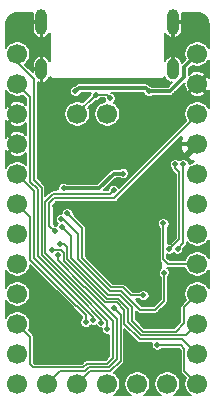
<source format=gbl>
G04 #@! TF.GenerationSoftware,KiCad,Pcbnew,(5.1.6)-1*
G04 #@! TF.CreationDate,2020-09-29T08:49:22+08:00*
G04 #@! TF.ProjectId,Alvaro,416c7661-726f-42e6-9b69-6361645f7063,C*
G04 #@! TF.SameCoordinates,Original*
G04 #@! TF.FileFunction,Copper,L2,Bot*
G04 #@! TF.FilePolarity,Positive*
%FSLAX46Y46*%
G04 Gerber Fmt 4.6, Leading zero omitted, Abs format (unit mm)*
G04 Created by KiCad (PCBNEW (5.1.6)-1) date 2020-09-29 08:49:22*
%MOMM*%
%LPD*%
G01*
G04 APERTURE LIST*
G04 #@! TA.AperFunction,ComponentPad*
%ADD10O,1.000000X1.800000*%
G04 #@! TD*
G04 #@! TA.AperFunction,ComponentPad*
%ADD11O,1.000000X2.200000*%
G04 #@! TD*
G04 #@! TA.AperFunction,ComponentPad*
%ADD12C,1.700000*%
G04 #@! TD*
G04 #@! TA.AperFunction,ViaPad*
%ADD13C,0.500000*%
G04 #@! TD*
G04 #@! TA.AperFunction,Conductor*
%ADD14C,0.310000*%
G04 #@! TD*
G04 #@! TA.AperFunction,Conductor*
%ADD15C,0.160000*%
G04 #@! TD*
G04 #@! TA.AperFunction,Conductor*
%ADD16C,0.254000*%
G04 #@! TD*
G04 APERTURE END LIST*
D10*
X24425000Y-28600000D03*
X35575000Y-28600000D03*
D11*
X24425000Y-24600000D03*
X35575000Y-24600000D03*
D12*
X24920000Y-55240000D03*
X27460000Y-55240000D03*
X30000000Y-55240000D03*
X32540000Y-55240000D03*
X35080000Y-55240000D03*
X22380000Y-27300000D03*
X22380000Y-29840000D03*
X22380000Y-32380000D03*
X22380000Y-34920000D03*
X22380000Y-37460000D03*
X22380000Y-40000000D03*
X22380000Y-42540000D03*
X22380000Y-45080000D03*
X22380000Y-47620000D03*
X22380000Y-50160000D03*
X22380000Y-52700000D03*
X22380000Y-55240000D03*
X37620000Y-55240000D03*
X37620000Y-52700000D03*
X37620000Y-50160000D03*
X37620000Y-47620000D03*
X37620000Y-45080000D03*
X37620000Y-42540000D03*
X37620000Y-40000000D03*
X37620000Y-37460000D03*
X37620000Y-34920000D03*
X37620000Y-32380000D03*
X37620000Y-29840000D03*
X37620000Y-27300000D03*
X30000000Y-32380000D03*
X27460000Y-32380000D03*
D13*
X33075010Y-48460000D03*
X35599993Y-42600000D03*
X32144943Y-38744456D03*
X25584999Y-40150000D03*
X36800000Y-43850000D03*
X24100000Y-51150000D03*
X24100000Y-50050000D03*
X24100000Y-52250000D03*
X27600000Y-34000000D03*
X36000000Y-49150000D03*
X36200000Y-47500000D03*
X23450000Y-46500000D03*
X35900000Y-53300000D03*
X35575000Y-27225000D03*
X35575000Y-26175000D03*
X24425000Y-27225000D03*
X24425000Y-26200000D03*
X32125000Y-52450000D03*
X32900000Y-49925000D03*
X29775000Y-52900000D03*
X29800000Y-51400000D03*
X24125000Y-49100000D03*
X24900000Y-35925000D03*
X29450000Y-34100000D03*
X33350000Y-32400000D03*
X31600000Y-32400000D03*
X26350000Y-37400000D03*
X30850000Y-33900000D03*
X25550555Y-42300555D03*
X34735854Y-41614146D03*
X26150526Y-41910000D03*
X25968156Y-43369947D03*
X25309999Y-43859999D03*
X34229687Y-51929687D03*
X30541118Y-38841118D03*
X34803589Y-45796411D03*
X26110002Y-41251244D03*
X33050000Y-47710000D03*
X26600002Y-40778701D03*
X28182768Y-50012814D03*
X28814335Y-49821175D03*
X29488133Y-50042411D03*
X29999970Y-50600000D03*
X35750000Y-36617471D03*
X35250000Y-43800000D03*
X36410003Y-36617471D03*
X35942965Y-43800000D03*
X25800000Y-44350000D03*
X29039997Y-30739999D03*
X30250000Y-31050000D03*
X27300000Y-30450000D03*
X33517002Y-30450000D03*
X26300000Y-38678306D03*
X31350000Y-37414178D03*
X30555889Y-48819111D03*
D14*
X35969399Y-34920000D02*
X37620000Y-34920000D01*
X32144943Y-38744456D02*
X31254388Y-39635011D01*
X35599993Y-42600000D02*
X35599993Y-39999993D01*
X33650000Y-38050000D02*
X33244700Y-37644700D01*
X32144943Y-38744456D02*
X33244700Y-37644700D01*
X35599993Y-39999993D02*
X33650000Y-38050000D01*
X33244700Y-37644700D02*
X35969399Y-34920000D01*
X34170853Y-41342945D02*
X34170853Y-47717710D01*
X33428563Y-48460000D02*
X33075010Y-48460000D01*
X34464653Y-41049145D02*
X34170853Y-41342945D01*
X35007055Y-41049145D02*
X34464653Y-41049145D01*
X35599993Y-41642083D02*
X35007055Y-41049145D01*
X34170853Y-47717710D02*
X33428563Y-48460000D01*
X35599993Y-42600000D02*
X35599993Y-41642083D01*
X32144943Y-38744456D02*
X31006073Y-39883326D01*
X25851673Y-39883326D02*
X25584999Y-40150000D01*
X31006073Y-39883326D02*
X25851673Y-39883326D01*
D15*
X37620000Y-32380000D02*
X37620000Y-32455202D01*
X30586886Y-39488316D02*
X25521481Y-39488316D01*
X37620000Y-32455202D02*
X30586886Y-39488316D01*
X25521481Y-39488316D02*
X25094999Y-39914798D01*
X25094999Y-41844999D02*
X25094999Y-39914798D01*
X25550555Y-42300555D02*
X25094999Y-41844999D01*
X34735854Y-44011056D02*
X34735854Y-41614146D01*
X37620000Y-45080000D02*
X35155000Y-45080000D01*
X34735854Y-44660854D02*
X34735854Y-44011056D01*
X35155000Y-45080000D02*
X34735854Y-44660854D01*
X36500000Y-48740000D02*
X37620000Y-47620000D01*
X30090588Y-47689090D02*
X31056194Y-47689090D01*
X26930019Y-43525695D02*
X26930019Y-44528521D01*
X26930019Y-44528521D02*
X30090588Y-47689090D01*
X32090018Y-48722914D02*
X32090018Y-49884894D01*
X32090018Y-49884894D02*
X33004790Y-50799666D01*
X33004790Y-50799666D02*
X35800334Y-50799666D01*
X35800334Y-50799666D02*
X36500000Y-50100000D01*
X36500000Y-50100000D02*
X36500000Y-48740000D01*
X31056194Y-47689090D02*
X32090018Y-48722914D01*
X26930019Y-42689493D02*
X26150526Y-41910000D01*
X26930019Y-43330019D02*
X26930019Y-42689493D01*
X26930019Y-43525695D02*
X26930019Y-43330019D01*
X26610010Y-43658248D02*
X26321709Y-43369947D01*
X26610011Y-44661075D02*
X26610010Y-43658248D01*
X30923642Y-48009100D02*
X29958036Y-48009100D01*
X29958036Y-48009100D02*
X26610011Y-44661075D01*
X36660324Y-51119676D02*
X32872238Y-51119676D01*
X26321709Y-43369947D02*
X25968156Y-43369947D01*
X32872238Y-51119676D02*
X31770010Y-50017448D01*
X31770009Y-48855467D02*
X30923642Y-48009100D01*
X37620000Y-50160000D02*
X36660324Y-51119676D01*
X31770010Y-50017448D02*
X31770009Y-48855467D01*
X25309999Y-43859999D02*
X25309999Y-43859999D01*
X36359686Y-51439686D02*
X37620000Y-52700000D01*
X32739686Y-51439686D02*
X36359686Y-51439686D01*
X31450000Y-50150000D02*
X32739686Y-51439686D01*
X31450000Y-48988020D02*
X31450000Y-50150000D01*
X30791090Y-48329110D02*
X31450000Y-48988020D01*
X29825484Y-48329110D02*
X30791090Y-48329110D01*
X26290001Y-44793627D02*
X29825484Y-48329110D01*
X26035201Y-43859999D02*
X26290001Y-44114799D01*
X26290001Y-44114799D02*
X26290001Y-44793627D01*
X25309999Y-43859999D02*
X26035201Y-43859999D01*
X34229687Y-51929687D02*
X36229687Y-51929687D01*
X36529999Y-54149999D02*
X37620000Y-55240000D01*
X36529999Y-52229999D02*
X36529999Y-54149999D01*
X36229687Y-51929687D02*
X36529999Y-52229999D01*
X23470001Y-51250001D02*
X22380000Y-50160000D01*
X23729989Y-53829989D02*
X23470001Y-53570001D01*
X27914354Y-47329990D02*
X27921240Y-47329990D01*
X24750040Y-39807195D02*
X24750040Y-44165676D01*
X24750040Y-44165676D02*
X27914354Y-47329990D01*
X28284897Y-53509979D02*
X27964887Y-53829989D01*
X30489970Y-53004906D02*
X29984897Y-53509979D01*
X23470001Y-53570001D02*
X23470001Y-51250001D01*
X27964887Y-53829989D02*
X23729989Y-53829989D01*
X27921240Y-47329990D02*
X30489970Y-49898720D01*
X30489970Y-49898720D02*
X30489970Y-53004906D01*
X29984897Y-53509979D02*
X28284897Y-53509979D01*
X24750040Y-39807195D02*
X25388929Y-39168306D01*
X30213930Y-39168306D02*
X30541118Y-38841118D01*
X25388929Y-39168306D02*
X30213930Y-39168306D01*
X34050000Y-48950000D02*
X32750000Y-48950000D01*
X32750000Y-48930334D02*
X31169666Y-47350000D01*
X31169666Y-47350000D02*
X30204060Y-47350000D01*
X34803589Y-48196411D02*
X34050000Y-48950000D01*
X32750000Y-48950000D02*
X32750000Y-48930334D01*
X34803589Y-45796411D02*
X34803589Y-48196411D01*
X30204060Y-47350000D02*
X27533301Y-44679241D01*
X27533301Y-44679241D02*
X27533301Y-42716699D01*
X27533301Y-42716699D02*
X27533301Y-42567573D01*
X26216972Y-41251244D02*
X26110002Y-41251244D01*
X27533301Y-42567573D02*
X26216972Y-41251244D01*
X33050000Y-47710000D02*
X31982228Y-47710000D01*
X30336612Y-47029990D02*
X27853311Y-44546689D01*
X31982228Y-47710000D02*
X31302218Y-47029990D01*
X31302218Y-47029990D02*
X30336612Y-47029990D01*
X27853311Y-42032010D02*
X26600002Y-40778701D01*
X27853311Y-43296689D02*
X27853311Y-42032010D01*
X27853311Y-44546689D02*
X27853311Y-43296689D01*
X23470002Y-41090002D02*
X23470003Y-44695887D01*
X22380000Y-40000000D02*
X23470002Y-41090002D01*
X23470003Y-44695887D02*
X27384145Y-48610029D01*
X27384145Y-48610029D02*
X27391031Y-48610029D01*
X28200000Y-49900000D02*
X28200000Y-49418998D01*
X27391031Y-48610029D02*
X27840501Y-49059499D01*
X28200000Y-49418998D02*
X27840501Y-49059499D01*
X23790012Y-38870012D02*
X22380000Y-37460000D01*
X23790012Y-44563334D02*
X23790012Y-38870012D01*
X27516697Y-48290019D02*
X23790012Y-44563334D01*
X27523583Y-48290019D02*
X27516697Y-48290019D01*
X28814335Y-49580771D02*
X27523583Y-48290019D01*
X28814335Y-49821175D02*
X28814335Y-49580771D01*
X27656137Y-47970011D02*
X27649250Y-47970010D01*
X24110022Y-38737460D02*
X23470002Y-38097440D01*
X23470002Y-38097440D02*
X23470001Y-30930001D01*
X29488133Y-50042411D02*
X29488133Y-49802007D01*
X27649250Y-47970010D02*
X24110022Y-44430782D01*
X23470001Y-30930001D02*
X22380000Y-29840000D01*
X29488133Y-49802007D02*
X27656137Y-47970011D01*
X24110022Y-44430782D02*
X24110022Y-38737460D01*
X29999970Y-50600000D02*
X29999970Y-49861282D01*
X27788689Y-47650001D02*
X27781803Y-47650001D01*
X24430031Y-38604907D02*
X23790010Y-37964886D01*
X27781803Y-47650001D02*
X24430031Y-44298229D01*
X24430031Y-44298229D02*
X24430031Y-38604907D01*
X23790010Y-37964886D02*
X23790010Y-29411542D01*
X23790010Y-29411542D02*
X22380000Y-28001532D01*
X22380000Y-28001532D02*
X22380000Y-27300000D01*
X29999970Y-49861282D02*
X27788689Y-47650001D01*
X35250000Y-43800000D02*
X36089993Y-42960007D01*
X35750000Y-36971024D02*
X36089993Y-37311017D01*
X35750000Y-36617471D02*
X35750000Y-36971024D01*
X36089993Y-37311017D02*
X36089993Y-42960007D01*
X36410003Y-36617471D02*
X36410003Y-43332962D01*
X36410003Y-43332962D02*
X35942965Y-43800000D01*
X26010001Y-54149999D02*
X24920000Y-55240000D01*
X28086926Y-47050000D02*
X28093812Y-47050000D01*
X28046906Y-47009980D02*
X28086926Y-47050000D01*
X28046906Y-47003094D02*
X28046906Y-47009980D01*
X25800000Y-44756188D02*
X28046906Y-47003094D01*
X28417449Y-53829989D02*
X28097439Y-54149999D01*
X25800000Y-44350000D02*
X25800000Y-44756188D01*
X28093812Y-47050000D02*
X30809980Y-49766168D01*
X30809980Y-49766168D02*
X30809980Y-53137458D01*
X28097439Y-54149999D02*
X26010001Y-54149999D01*
X30809980Y-53137458D02*
X30117449Y-53829989D01*
X30117449Y-53829989D02*
X28417449Y-53829989D01*
X27460000Y-32319996D02*
X27460000Y-32380000D01*
X29039997Y-30739999D02*
X27460000Y-32319996D01*
X29939999Y-30739999D02*
X30250000Y-31050000D01*
X29039997Y-30739999D02*
X29939999Y-30739999D01*
D14*
X36501299Y-29226299D02*
X36501299Y-28418701D01*
X36501299Y-28418701D02*
X37620000Y-27300000D01*
X36501299Y-29226299D02*
X35767608Y-29959990D01*
X27575002Y-30174998D02*
X27300000Y-30450000D01*
X33242000Y-30174998D02*
X27575002Y-30174998D01*
X33517002Y-30450000D02*
X33242000Y-30174998D01*
X35277598Y-30450000D02*
X35767608Y-29959990D01*
X33517002Y-30450000D02*
X35277598Y-30450000D01*
X26300000Y-38678306D02*
X29321694Y-38678306D01*
X30585822Y-37414178D02*
X31350000Y-37414178D01*
X29321694Y-38678306D02*
X30585822Y-37414178D01*
D15*
X27460000Y-55240000D02*
X28550001Y-54149999D01*
X28550001Y-54149999D02*
X30250001Y-54149999D01*
X30250001Y-54149999D02*
X31129990Y-53270010D01*
X31129990Y-49393212D02*
X30555889Y-48819111D01*
X31129990Y-50745010D02*
X31129990Y-49393212D01*
X31129990Y-50745010D02*
X31129990Y-53270010D01*
G36*
X32502300Y-51654849D02*
G01*
X32512317Y-51667055D01*
X32524522Y-51677071D01*
X32524525Y-51677074D01*
X32561042Y-51707043D01*
X32599771Y-51727744D01*
X32616635Y-51736758D01*
X32676955Y-51755056D01*
X32723968Y-51759686D01*
X32723972Y-51759686D01*
X32739685Y-51761234D01*
X32755398Y-51759686D01*
X33769731Y-51759686D01*
X33758517Y-51786759D01*
X33739687Y-51881426D01*
X33739687Y-51977948D01*
X33758517Y-52072615D01*
X33795455Y-52161789D01*
X33849079Y-52242044D01*
X33917330Y-52310295D01*
X33997585Y-52363919D01*
X34086759Y-52400857D01*
X34181426Y-52419687D01*
X34277948Y-52419687D01*
X34372615Y-52400857D01*
X34461789Y-52363919D01*
X34542044Y-52310295D01*
X34602652Y-52249687D01*
X36097139Y-52249687D01*
X36209999Y-52362547D01*
X36210000Y-54134276D01*
X36208451Y-54149999D01*
X36211453Y-54180475D01*
X36214630Y-54212730D01*
X36232928Y-54273050D01*
X36262642Y-54328641D01*
X36287965Y-54359497D01*
X36302631Y-54377368D01*
X36314840Y-54387387D01*
X36653202Y-54725750D01*
X36571888Y-54922059D01*
X36530000Y-55132644D01*
X36530000Y-55347356D01*
X36571888Y-55557941D01*
X36654055Y-55756309D01*
X36773342Y-55934834D01*
X36925166Y-56086658D01*
X37087311Y-56195000D01*
X35612689Y-56195000D01*
X35774834Y-56086658D01*
X35926658Y-55934834D01*
X36045945Y-55756309D01*
X36128112Y-55557941D01*
X36170000Y-55347356D01*
X36170000Y-55132644D01*
X36128112Y-54922059D01*
X36045945Y-54723691D01*
X35926658Y-54545166D01*
X35774834Y-54393342D01*
X35596309Y-54274055D01*
X35397941Y-54191888D01*
X35187356Y-54150000D01*
X34972644Y-54150000D01*
X34762059Y-54191888D01*
X34563691Y-54274055D01*
X34385166Y-54393342D01*
X34233342Y-54545166D01*
X34114055Y-54723691D01*
X34031888Y-54922059D01*
X33990000Y-55132644D01*
X33990000Y-55347356D01*
X34031888Y-55557941D01*
X34114055Y-55756309D01*
X34233342Y-55934834D01*
X34385166Y-56086658D01*
X34547311Y-56195000D01*
X33072689Y-56195000D01*
X33234834Y-56086658D01*
X33386658Y-55934834D01*
X33505945Y-55756309D01*
X33588112Y-55557941D01*
X33630000Y-55347356D01*
X33630000Y-55132644D01*
X33588112Y-54922059D01*
X33505945Y-54723691D01*
X33386658Y-54545166D01*
X33234834Y-54393342D01*
X33056309Y-54274055D01*
X32857941Y-54191888D01*
X32647356Y-54150000D01*
X32432644Y-54150000D01*
X32222059Y-54191888D01*
X32023691Y-54274055D01*
X31845166Y-54393342D01*
X31693342Y-54545166D01*
X31574055Y-54723691D01*
X31491888Y-54922059D01*
X31450000Y-55132644D01*
X31450000Y-55347356D01*
X31491888Y-55557941D01*
X31574055Y-55756309D01*
X31693342Y-55934834D01*
X31845166Y-56086658D01*
X32007311Y-56195000D01*
X30532689Y-56195000D01*
X30694834Y-56086658D01*
X30846658Y-55934834D01*
X30965945Y-55756309D01*
X31048112Y-55557941D01*
X31090000Y-55347356D01*
X31090000Y-55132644D01*
X31048112Y-54922059D01*
X30965945Y-54723691D01*
X30846658Y-54545166D01*
X30694834Y-54393342D01*
X30553585Y-54298962D01*
X31345153Y-53507396D01*
X31357359Y-53497379D01*
X31367378Y-53485171D01*
X31397347Y-53448654D01*
X31427061Y-53393062D01*
X31427062Y-53393061D01*
X31445360Y-53332741D01*
X31449990Y-53285728D01*
X31449990Y-53285724D01*
X31451538Y-53270011D01*
X31449990Y-53254298D01*
X31449990Y-50602537D01*
X32502300Y-51654849D01*
G37*
X32502300Y-51654849D02*
X32512317Y-51667055D01*
X32524522Y-51677071D01*
X32524525Y-51677074D01*
X32561042Y-51707043D01*
X32599771Y-51727744D01*
X32616635Y-51736758D01*
X32676955Y-51755056D01*
X32723968Y-51759686D01*
X32723972Y-51759686D01*
X32739685Y-51761234D01*
X32755398Y-51759686D01*
X33769731Y-51759686D01*
X33758517Y-51786759D01*
X33739687Y-51881426D01*
X33739687Y-51977948D01*
X33758517Y-52072615D01*
X33795455Y-52161789D01*
X33849079Y-52242044D01*
X33917330Y-52310295D01*
X33997585Y-52363919D01*
X34086759Y-52400857D01*
X34181426Y-52419687D01*
X34277948Y-52419687D01*
X34372615Y-52400857D01*
X34461789Y-52363919D01*
X34542044Y-52310295D01*
X34602652Y-52249687D01*
X36097139Y-52249687D01*
X36209999Y-52362547D01*
X36210000Y-54134276D01*
X36208451Y-54149999D01*
X36211453Y-54180475D01*
X36214630Y-54212730D01*
X36232928Y-54273050D01*
X36262642Y-54328641D01*
X36287965Y-54359497D01*
X36302631Y-54377368D01*
X36314840Y-54387387D01*
X36653202Y-54725750D01*
X36571888Y-54922059D01*
X36530000Y-55132644D01*
X36530000Y-55347356D01*
X36571888Y-55557941D01*
X36654055Y-55756309D01*
X36773342Y-55934834D01*
X36925166Y-56086658D01*
X37087311Y-56195000D01*
X35612689Y-56195000D01*
X35774834Y-56086658D01*
X35926658Y-55934834D01*
X36045945Y-55756309D01*
X36128112Y-55557941D01*
X36170000Y-55347356D01*
X36170000Y-55132644D01*
X36128112Y-54922059D01*
X36045945Y-54723691D01*
X35926658Y-54545166D01*
X35774834Y-54393342D01*
X35596309Y-54274055D01*
X35397941Y-54191888D01*
X35187356Y-54150000D01*
X34972644Y-54150000D01*
X34762059Y-54191888D01*
X34563691Y-54274055D01*
X34385166Y-54393342D01*
X34233342Y-54545166D01*
X34114055Y-54723691D01*
X34031888Y-54922059D01*
X33990000Y-55132644D01*
X33990000Y-55347356D01*
X34031888Y-55557941D01*
X34114055Y-55756309D01*
X34233342Y-55934834D01*
X34385166Y-56086658D01*
X34547311Y-56195000D01*
X33072689Y-56195000D01*
X33234834Y-56086658D01*
X33386658Y-55934834D01*
X33505945Y-55756309D01*
X33588112Y-55557941D01*
X33630000Y-55347356D01*
X33630000Y-55132644D01*
X33588112Y-54922059D01*
X33505945Y-54723691D01*
X33386658Y-54545166D01*
X33234834Y-54393342D01*
X33056309Y-54274055D01*
X32857941Y-54191888D01*
X32647356Y-54150000D01*
X32432644Y-54150000D01*
X32222059Y-54191888D01*
X32023691Y-54274055D01*
X31845166Y-54393342D01*
X31693342Y-54545166D01*
X31574055Y-54723691D01*
X31491888Y-54922059D01*
X31450000Y-55132644D01*
X31450000Y-55347356D01*
X31491888Y-55557941D01*
X31574055Y-55756309D01*
X31693342Y-55934834D01*
X31845166Y-56086658D01*
X32007311Y-56195000D01*
X30532689Y-56195000D01*
X30694834Y-56086658D01*
X30846658Y-55934834D01*
X30965945Y-55756309D01*
X31048112Y-55557941D01*
X31090000Y-55347356D01*
X31090000Y-55132644D01*
X31048112Y-54922059D01*
X30965945Y-54723691D01*
X30846658Y-54545166D01*
X30694834Y-54393342D01*
X30553585Y-54298962D01*
X31345153Y-53507396D01*
X31357359Y-53497379D01*
X31367378Y-53485171D01*
X31397347Y-53448654D01*
X31427061Y-53393062D01*
X31427062Y-53393061D01*
X31445360Y-53332741D01*
X31449990Y-53285728D01*
X31449990Y-53285724D01*
X31451538Y-53270011D01*
X31449990Y-53254298D01*
X31449990Y-50602537D01*
X32502300Y-51654849D01*
G36*
X27146755Y-48825187D02*
G01*
X27156776Y-48837398D01*
X27168985Y-48847417D01*
X27205502Y-48877386D01*
X27206230Y-48877775D01*
X27625341Y-49296887D01*
X27625346Y-49296891D01*
X27880001Y-49551547D01*
X27880001Y-49625799D01*
X27870411Y-49632206D01*
X27802160Y-49700457D01*
X27748536Y-49780712D01*
X27711598Y-49869886D01*
X27692768Y-49964553D01*
X27692768Y-50061075D01*
X27711598Y-50155742D01*
X27748536Y-50244916D01*
X27802160Y-50325171D01*
X27870411Y-50393422D01*
X27950666Y-50447046D01*
X28039840Y-50483984D01*
X28134507Y-50502814D01*
X28231029Y-50502814D01*
X28325696Y-50483984D01*
X28414870Y-50447046D01*
X28495125Y-50393422D01*
X28563376Y-50325171D01*
X28603973Y-50264412D01*
X28671407Y-50292345D01*
X28766074Y-50311175D01*
X28862596Y-50311175D01*
X28957263Y-50292345D01*
X29046053Y-50255566D01*
X29053901Y-50274513D01*
X29107525Y-50354768D01*
X29175776Y-50423019D01*
X29256031Y-50476643D01*
X29345205Y-50513581D01*
X29439872Y-50532411D01*
X29513814Y-50532411D01*
X29509970Y-50551739D01*
X29509970Y-50648261D01*
X29528800Y-50742928D01*
X29565738Y-50832102D01*
X29619362Y-50912357D01*
X29687613Y-50980608D01*
X29767868Y-51034232D01*
X29857042Y-51071170D01*
X29951709Y-51090000D01*
X30048231Y-51090000D01*
X30142898Y-51071170D01*
X30169970Y-51059956D01*
X30169971Y-52872357D01*
X29852350Y-53189979D01*
X28300602Y-53189979D01*
X28284896Y-53188432D01*
X28269190Y-53189979D01*
X28269179Y-53189979D01*
X28222166Y-53194609D01*
X28161846Y-53212907D01*
X28155482Y-53216309D01*
X28106253Y-53242622D01*
X28069736Y-53272591D01*
X28069733Y-53272594D01*
X28057528Y-53282610D01*
X28047511Y-53294816D01*
X27832339Y-53509989D01*
X23862537Y-53509989D01*
X23790001Y-53437454D01*
X23790001Y-51265713D01*
X23791549Y-51250000D01*
X23790001Y-51234283D01*
X23785371Y-51187270D01*
X23767073Y-51126950D01*
X23747322Y-51090000D01*
X23737358Y-51071358D01*
X23707389Y-51034840D01*
X23707386Y-51034837D01*
X23697370Y-51022632D01*
X23685164Y-51012615D01*
X23346798Y-50674250D01*
X23428112Y-50477941D01*
X23470000Y-50267356D01*
X23470000Y-50052644D01*
X23428112Y-49842059D01*
X23345945Y-49643691D01*
X23226658Y-49465166D01*
X23074834Y-49313342D01*
X22896309Y-49194055D01*
X22697941Y-49111888D01*
X22487356Y-49070000D01*
X22272644Y-49070000D01*
X22062059Y-49111888D01*
X21863691Y-49194055D01*
X21685166Y-49313342D01*
X21533342Y-49465166D01*
X21425000Y-49627311D01*
X21425000Y-48152689D01*
X21533342Y-48314834D01*
X21685166Y-48466658D01*
X21863691Y-48585945D01*
X22062059Y-48668112D01*
X22272644Y-48710000D01*
X22487356Y-48710000D01*
X22697941Y-48668112D01*
X22896309Y-48585945D01*
X23074834Y-48466658D01*
X23226658Y-48314834D01*
X23345945Y-48136309D01*
X23428112Y-47937941D01*
X23470000Y-47727356D01*
X23470000Y-47512644D01*
X23428112Y-47302059D01*
X23345945Y-47103691D01*
X23226658Y-46925166D01*
X23074834Y-46773342D01*
X22896309Y-46654055D01*
X22697941Y-46571888D01*
X22487356Y-46530000D01*
X22272644Y-46530000D01*
X22062059Y-46571888D01*
X21863691Y-46654055D01*
X21685166Y-46773342D01*
X21533342Y-46925166D01*
X21425000Y-47087311D01*
X21425000Y-45612689D01*
X21533342Y-45774834D01*
X21685166Y-45926658D01*
X21863691Y-46045945D01*
X22062059Y-46128112D01*
X22272644Y-46170000D01*
X22487356Y-46170000D01*
X22697941Y-46128112D01*
X22896309Y-46045945D01*
X23074834Y-45926658D01*
X23226658Y-45774834D01*
X23345945Y-45596309D01*
X23428112Y-45397941D01*
X23470000Y-45187356D01*
X23470000Y-45148431D01*
X27146755Y-48825187D01*
G37*
X27146755Y-48825187D02*
X27156776Y-48837398D01*
X27168985Y-48847417D01*
X27205502Y-48877386D01*
X27206230Y-48877775D01*
X27625341Y-49296887D01*
X27625346Y-49296891D01*
X27880001Y-49551547D01*
X27880001Y-49625799D01*
X27870411Y-49632206D01*
X27802160Y-49700457D01*
X27748536Y-49780712D01*
X27711598Y-49869886D01*
X27692768Y-49964553D01*
X27692768Y-50061075D01*
X27711598Y-50155742D01*
X27748536Y-50244916D01*
X27802160Y-50325171D01*
X27870411Y-50393422D01*
X27950666Y-50447046D01*
X28039840Y-50483984D01*
X28134507Y-50502814D01*
X28231029Y-50502814D01*
X28325696Y-50483984D01*
X28414870Y-50447046D01*
X28495125Y-50393422D01*
X28563376Y-50325171D01*
X28603973Y-50264412D01*
X28671407Y-50292345D01*
X28766074Y-50311175D01*
X28862596Y-50311175D01*
X28957263Y-50292345D01*
X29046053Y-50255566D01*
X29053901Y-50274513D01*
X29107525Y-50354768D01*
X29175776Y-50423019D01*
X29256031Y-50476643D01*
X29345205Y-50513581D01*
X29439872Y-50532411D01*
X29513814Y-50532411D01*
X29509970Y-50551739D01*
X29509970Y-50648261D01*
X29528800Y-50742928D01*
X29565738Y-50832102D01*
X29619362Y-50912357D01*
X29687613Y-50980608D01*
X29767868Y-51034232D01*
X29857042Y-51071170D01*
X29951709Y-51090000D01*
X30048231Y-51090000D01*
X30142898Y-51071170D01*
X30169970Y-51059956D01*
X30169971Y-52872357D01*
X29852350Y-53189979D01*
X28300602Y-53189979D01*
X28284896Y-53188432D01*
X28269190Y-53189979D01*
X28269179Y-53189979D01*
X28222166Y-53194609D01*
X28161846Y-53212907D01*
X28155482Y-53216309D01*
X28106253Y-53242622D01*
X28069736Y-53272591D01*
X28069733Y-53272594D01*
X28057528Y-53282610D01*
X28047511Y-53294816D01*
X27832339Y-53509989D01*
X23862537Y-53509989D01*
X23790001Y-53437454D01*
X23790001Y-51265713D01*
X23791549Y-51250000D01*
X23790001Y-51234283D01*
X23785371Y-51187270D01*
X23767073Y-51126950D01*
X23747322Y-51090000D01*
X23737358Y-51071358D01*
X23707389Y-51034840D01*
X23707386Y-51034837D01*
X23697370Y-51022632D01*
X23685164Y-51012615D01*
X23346798Y-50674250D01*
X23428112Y-50477941D01*
X23470000Y-50267356D01*
X23470000Y-50052644D01*
X23428112Y-49842059D01*
X23345945Y-49643691D01*
X23226658Y-49465166D01*
X23074834Y-49313342D01*
X22896309Y-49194055D01*
X22697941Y-49111888D01*
X22487356Y-49070000D01*
X22272644Y-49070000D01*
X22062059Y-49111888D01*
X21863691Y-49194055D01*
X21685166Y-49313342D01*
X21533342Y-49465166D01*
X21425000Y-49627311D01*
X21425000Y-48152689D01*
X21533342Y-48314834D01*
X21685166Y-48466658D01*
X21863691Y-48585945D01*
X22062059Y-48668112D01*
X22272644Y-48710000D01*
X22487356Y-48710000D01*
X22697941Y-48668112D01*
X22896309Y-48585945D01*
X23074834Y-48466658D01*
X23226658Y-48314834D01*
X23345945Y-48136309D01*
X23428112Y-47937941D01*
X23470000Y-47727356D01*
X23470000Y-47512644D01*
X23428112Y-47302059D01*
X23345945Y-47103691D01*
X23226658Y-46925166D01*
X23074834Y-46773342D01*
X22896309Y-46654055D01*
X22697941Y-46571888D01*
X22487356Y-46530000D01*
X22272644Y-46530000D01*
X22062059Y-46571888D01*
X21863691Y-46654055D01*
X21685166Y-46773342D01*
X21533342Y-46925166D01*
X21425000Y-47087311D01*
X21425000Y-45612689D01*
X21533342Y-45774834D01*
X21685166Y-45926658D01*
X21863691Y-46045945D01*
X22062059Y-46128112D01*
X22272644Y-46170000D01*
X22487356Y-46170000D01*
X22697941Y-46128112D01*
X22896309Y-46045945D01*
X23074834Y-45926658D01*
X23226658Y-45774834D01*
X23345945Y-45596309D01*
X23428112Y-45397941D01*
X23470000Y-45187356D01*
X23470000Y-45148431D01*
X27146755Y-48825187D01*
G36*
X35092269Y-45395370D02*
G01*
X35139282Y-45400000D01*
X35139287Y-45400000D01*
X35155000Y-45401548D01*
X35170713Y-45400000D01*
X36572741Y-45400000D01*
X36654055Y-45596309D01*
X36773342Y-45774834D01*
X36925166Y-45926658D01*
X37103691Y-46045945D01*
X37302059Y-46128112D01*
X37512644Y-46170000D01*
X37727356Y-46170000D01*
X37937941Y-46128112D01*
X38136309Y-46045945D01*
X38314834Y-45926658D01*
X38466658Y-45774834D01*
X38575000Y-45612689D01*
X38575000Y-47087311D01*
X38466658Y-46925166D01*
X38314834Y-46773342D01*
X38136309Y-46654055D01*
X37937941Y-46571888D01*
X37727356Y-46530000D01*
X37512644Y-46530000D01*
X37302059Y-46571888D01*
X37103691Y-46654055D01*
X36925166Y-46773342D01*
X36773342Y-46925166D01*
X36654055Y-47103691D01*
X36571888Y-47302059D01*
X36530000Y-47512644D01*
X36530000Y-47727356D01*
X36571888Y-47937941D01*
X36653202Y-48134250D01*
X36284843Y-48502610D01*
X36272632Y-48512631D01*
X36262612Y-48524841D01*
X36232643Y-48561358D01*
X36209109Y-48605387D01*
X36202929Y-48616949D01*
X36184631Y-48677269D01*
X36181684Y-48707196D01*
X36178452Y-48740000D01*
X36180001Y-48755723D01*
X36180000Y-49967452D01*
X35667787Y-50479666D01*
X33137338Y-50479666D01*
X32410018Y-49752347D01*
X32410018Y-49042900D01*
X32467580Y-49100462D01*
X32482643Y-49128642D01*
X32513172Y-49165843D01*
X32522631Y-49177369D01*
X32571358Y-49217357D01*
X32626949Y-49247072D01*
X32687269Y-49265370D01*
X32750000Y-49271548D01*
X32765718Y-49270000D01*
X34034287Y-49270000D01*
X34050000Y-49271548D01*
X34065713Y-49270000D01*
X34065718Y-49270000D01*
X34112731Y-49265370D01*
X34173051Y-49247072D01*
X34228642Y-49217357D01*
X34277369Y-49177369D01*
X34287394Y-49165153D01*
X35018747Y-48433801D01*
X35030958Y-48423780D01*
X35057170Y-48391840D01*
X35070946Y-48375054D01*
X35088255Y-48342672D01*
X35100661Y-48319462D01*
X35118959Y-48259142D01*
X35123589Y-48212129D01*
X35123589Y-48212127D01*
X35125137Y-48196411D01*
X35123589Y-48180695D01*
X35123589Y-46169376D01*
X35184197Y-46108768D01*
X35237821Y-46028513D01*
X35274759Y-45939339D01*
X35293589Y-45844672D01*
X35293589Y-45748150D01*
X35274759Y-45653483D01*
X35237821Y-45564309D01*
X35184197Y-45484054D01*
X35115946Y-45415803D01*
X35079625Y-45391535D01*
X35092269Y-45395370D01*
G37*
X35092269Y-45395370D02*
X35139282Y-45400000D01*
X35139287Y-45400000D01*
X35155000Y-45401548D01*
X35170713Y-45400000D01*
X36572741Y-45400000D01*
X36654055Y-45596309D01*
X36773342Y-45774834D01*
X36925166Y-45926658D01*
X37103691Y-46045945D01*
X37302059Y-46128112D01*
X37512644Y-46170000D01*
X37727356Y-46170000D01*
X37937941Y-46128112D01*
X38136309Y-46045945D01*
X38314834Y-45926658D01*
X38466658Y-45774834D01*
X38575000Y-45612689D01*
X38575000Y-47087311D01*
X38466658Y-46925166D01*
X38314834Y-46773342D01*
X38136309Y-46654055D01*
X37937941Y-46571888D01*
X37727356Y-46530000D01*
X37512644Y-46530000D01*
X37302059Y-46571888D01*
X37103691Y-46654055D01*
X36925166Y-46773342D01*
X36773342Y-46925166D01*
X36654055Y-47103691D01*
X36571888Y-47302059D01*
X36530000Y-47512644D01*
X36530000Y-47727356D01*
X36571888Y-47937941D01*
X36653202Y-48134250D01*
X36284843Y-48502610D01*
X36272632Y-48512631D01*
X36262612Y-48524841D01*
X36232643Y-48561358D01*
X36209109Y-48605387D01*
X36202929Y-48616949D01*
X36184631Y-48677269D01*
X36181684Y-48707196D01*
X36178452Y-48740000D01*
X36180001Y-48755723D01*
X36180000Y-49967452D01*
X35667787Y-50479666D01*
X33137338Y-50479666D01*
X32410018Y-49752347D01*
X32410018Y-49042900D01*
X32467580Y-49100462D01*
X32482643Y-49128642D01*
X32513172Y-49165843D01*
X32522631Y-49177369D01*
X32571358Y-49217357D01*
X32626949Y-49247072D01*
X32687269Y-49265370D01*
X32750000Y-49271548D01*
X32765718Y-49270000D01*
X34034287Y-49270000D01*
X34050000Y-49271548D01*
X34065713Y-49270000D01*
X34065718Y-49270000D01*
X34112731Y-49265370D01*
X34173051Y-49247072D01*
X34228642Y-49217357D01*
X34277369Y-49177369D01*
X34287394Y-49165153D01*
X35018747Y-48433801D01*
X35030958Y-48423780D01*
X35057170Y-48391840D01*
X35070946Y-48375054D01*
X35088255Y-48342672D01*
X35100661Y-48319462D01*
X35118959Y-48259142D01*
X35123589Y-48212129D01*
X35123589Y-48212127D01*
X35125137Y-48196411D01*
X35123589Y-48180695D01*
X35123589Y-46169376D01*
X35184197Y-46108768D01*
X35237821Y-46028513D01*
X35274759Y-45939339D01*
X35293589Y-45844672D01*
X35293589Y-45748150D01*
X35274759Y-45653483D01*
X35237821Y-45564309D01*
X35184197Y-45484054D01*
X35115946Y-45415803D01*
X35079625Y-45391535D01*
X35092269Y-45395370D01*
G36*
X38575000Y-44547311D02*
G01*
X38466658Y-44385166D01*
X38314834Y-44233342D01*
X38136309Y-44114055D01*
X37937941Y-44031888D01*
X37727356Y-43990000D01*
X37512644Y-43990000D01*
X37302059Y-44031888D01*
X37103691Y-44114055D01*
X36925166Y-44233342D01*
X36773342Y-44385166D01*
X36654055Y-44563691D01*
X36572741Y-44760000D01*
X35287548Y-44760000D01*
X35055854Y-44528307D01*
X35055854Y-44249954D01*
X35107072Y-44271170D01*
X35201739Y-44290000D01*
X35298261Y-44290000D01*
X35392928Y-44271170D01*
X35482102Y-44234232D01*
X35562357Y-44180608D01*
X35596483Y-44146483D01*
X35630608Y-44180608D01*
X35710863Y-44234232D01*
X35800037Y-44271170D01*
X35894704Y-44290000D01*
X35991226Y-44290000D01*
X36085893Y-44271170D01*
X36175067Y-44234232D01*
X36255322Y-44180608D01*
X36323573Y-44112357D01*
X36377197Y-44032102D01*
X36414135Y-43942928D01*
X36432965Y-43848261D01*
X36432965Y-43762548D01*
X36625166Y-43570348D01*
X36637372Y-43560331D01*
X36647391Y-43548123D01*
X36677360Y-43511606D01*
X36707074Y-43456014D01*
X36707075Y-43456013D01*
X36725373Y-43395693D01*
X36730003Y-43348680D01*
X36730003Y-43348669D01*
X36731550Y-43332963D01*
X36730003Y-43317257D01*
X36730003Y-43169973D01*
X36773342Y-43234834D01*
X36925166Y-43386658D01*
X37103691Y-43505945D01*
X37302059Y-43588112D01*
X37512644Y-43630000D01*
X37727356Y-43630000D01*
X37937941Y-43588112D01*
X38136309Y-43505945D01*
X38314834Y-43386658D01*
X38466658Y-43234834D01*
X38575000Y-43072689D01*
X38575000Y-44547311D01*
G37*
X38575000Y-44547311D02*
X38466658Y-44385166D01*
X38314834Y-44233342D01*
X38136309Y-44114055D01*
X37937941Y-44031888D01*
X37727356Y-43990000D01*
X37512644Y-43990000D01*
X37302059Y-44031888D01*
X37103691Y-44114055D01*
X36925166Y-44233342D01*
X36773342Y-44385166D01*
X36654055Y-44563691D01*
X36572741Y-44760000D01*
X35287548Y-44760000D01*
X35055854Y-44528307D01*
X35055854Y-44249954D01*
X35107072Y-44271170D01*
X35201739Y-44290000D01*
X35298261Y-44290000D01*
X35392928Y-44271170D01*
X35482102Y-44234232D01*
X35562357Y-44180608D01*
X35596483Y-44146483D01*
X35630608Y-44180608D01*
X35710863Y-44234232D01*
X35800037Y-44271170D01*
X35894704Y-44290000D01*
X35991226Y-44290000D01*
X36085893Y-44271170D01*
X36175067Y-44234232D01*
X36255322Y-44180608D01*
X36323573Y-44112357D01*
X36377197Y-44032102D01*
X36414135Y-43942928D01*
X36432965Y-43848261D01*
X36432965Y-43762548D01*
X36625166Y-43570348D01*
X36637372Y-43560331D01*
X36647391Y-43548123D01*
X36677360Y-43511606D01*
X36707074Y-43456014D01*
X36707075Y-43456013D01*
X36725373Y-43395693D01*
X36730003Y-43348680D01*
X36730003Y-43348669D01*
X36731550Y-43332963D01*
X36730003Y-43317257D01*
X36730003Y-43169973D01*
X36773342Y-43234834D01*
X36925166Y-43386658D01*
X37103691Y-43505945D01*
X37302059Y-43588112D01*
X37512644Y-43630000D01*
X37727356Y-43630000D01*
X37937941Y-43588112D01*
X38136309Y-43505945D01*
X38314834Y-43386658D01*
X38466658Y-43234834D01*
X38575000Y-43072689D01*
X38575000Y-44547311D01*
G36*
X23685000Y-23920000D02*
G01*
X23685000Y-24520000D01*
X24345000Y-24520000D01*
X24345000Y-24500000D01*
X24505000Y-24500000D01*
X24505000Y-24520000D01*
X24525000Y-24520000D01*
X24525000Y-24680000D01*
X24505000Y-24680000D01*
X24505000Y-25875278D01*
X24619098Y-25914091D01*
X24769605Y-25859733D01*
X24891691Y-25779827D01*
X24995842Y-25677639D01*
X25078056Y-25557096D01*
X25113000Y-25474954D01*
X25113001Y-27925048D01*
X25078056Y-27842904D01*
X24995842Y-27722361D01*
X24891691Y-27620173D01*
X24769605Y-27540267D01*
X24619098Y-27485909D01*
X24505000Y-27524722D01*
X24505000Y-28520000D01*
X24525000Y-28520000D01*
X24525000Y-28680000D01*
X24505000Y-28680000D01*
X24505000Y-29675278D01*
X24619098Y-29714091D01*
X24769605Y-29659733D01*
X24891691Y-29579827D01*
X24995842Y-29477639D01*
X25078056Y-29357096D01*
X25135174Y-29222830D01*
X25135546Y-29221049D01*
X25135570Y-29221128D01*
X25164820Y-29275851D01*
X25204184Y-29323816D01*
X25252149Y-29363180D01*
X25306872Y-29392430D01*
X25366249Y-29410442D01*
X25412527Y-29415000D01*
X25428000Y-29416524D01*
X25443473Y-29415000D01*
X34556527Y-29415000D01*
X34572000Y-29416524D01*
X34587473Y-29415000D01*
X34633751Y-29410442D01*
X34693128Y-29392430D01*
X34747851Y-29363180D01*
X34795816Y-29323816D01*
X34835180Y-29275851D01*
X34864430Y-29221128D01*
X34864454Y-29221049D01*
X34864826Y-29222830D01*
X34921944Y-29357096D01*
X35004158Y-29477639D01*
X35108309Y-29579827D01*
X35230395Y-29659733D01*
X35380902Y-29714091D01*
X35493039Y-29675945D01*
X35113985Y-30055000D01*
X33807820Y-30055000D01*
X33749104Y-30015768D01*
X33659930Y-29978830D01*
X33590669Y-29965053D01*
X33535028Y-29909413D01*
X33522658Y-29894340D01*
X33462512Y-29844979D01*
X33393891Y-29808300D01*
X33319433Y-29785714D01*
X33261401Y-29779998D01*
X33261394Y-29779998D01*
X33242000Y-29778088D01*
X33222606Y-29779998D01*
X27594396Y-29779998D01*
X27575002Y-29778088D01*
X27555608Y-29779998D01*
X27555601Y-29779998D01*
X27497569Y-29785714D01*
X27423110Y-29808300D01*
X27354490Y-29844979D01*
X27309413Y-29881972D01*
X27309407Y-29881978D01*
X27294344Y-29894340D01*
X27281981Y-29909404D01*
X27226332Y-29965054D01*
X27157072Y-29978830D01*
X27067898Y-30015768D01*
X26987643Y-30069392D01*
X26919392Y-30137643D01*
X26865768Y-30217898D01*
X26828830Y-30307072D01*
X26810000Y-30401739D01*
X26810000Y-30498261D01*
X26828830Y-30592928D01*
X26865768Y-30682102D01*
X26919392Y-30762357D01*
X26987643Y-30830608D01*
X27067898Y-30884232D01*
X27157072Y-30921170D01*
X27251739Y-30940000D01*
X27348261Y-30940000D01*
X27442928Y-30921170D01*
X27532102Y-30884232D01*
X27612357Y-30830608D01*
X27680608Y-30762357D01*
X27734232Y-30682102D01*
X27771170Y-30592928D01*
X27775731Y-30569998D01*
X28580041Y-30569998D01*
X28568827Y-30597071D01*
X28549997Y-30691738D01*
X28549997Y-30777451D01*
X27931821Y-31395627D01*
X27777941Y-31331888D01*
X27567356Y-31290000D01*
X27352644Y-31290000D01*
X27142059Y-31331888D01*
X26943691Y-31414055D01*
X26765166Y-31533342D01*
X26613342Y-31685166D01*
X26494055Y-31863691D01*
X26411888Y-32062059D01*
X26370000Y-32272644D01*
X26370000Y-32487356D01*
X26411888Y-32697941D01*
X26494055Y-32896309D01*
X26613342Y-33074834D01*
X26765166Y-33226658D01*
X26943691Y-33345945D01*
X27142059Y-33428112D01*
X27352644Y-33470000D01*
X27567356Y-33470000D01*
X27777941Y-33428112D01*
X27976309Y-33345945D01*
X28154834Y-33226658D01*
X28306658Y-33074834D01*
X28425945Y-32896309D01*
X28508112Y-32697941D01*
X28550000Y-32487356D01*
X28550000Y-32272644D01*
X28508112Y-32062059D01*
X28425945Y-31863691D01*
X28403077Y-31829467D01*
X29002545Y-31229999D01*
X29088258Y-31229999D01*
X29182925Y-31211169D01*
X29272099Y-31174231D01*
X29352354Y-31120607D01*
X29412962Y-31059999D01*
X29760000Y-31059999D01*
X29760000Y-31098261D01*
X29778830Y-31192928D01*
X29815768Y-31282102D01*
X29829445Y-31302571D01*
X29682059Y-31331888D01*
X29483691Y-31414055D01*
X29305166Y-31533342D01*
X29153342Y-31685166D01*
X29034055Y-31863691D01*
X28951888Y-32062059D01*
X28910000Y-32272644D01*
X28910000Y-32487356D01*
X28951888Y-32697941D01*
X29034055Y-32896309D01*
X29153342Y-33074834D01*
X29305166Y-33226658D01*
X29483691Y-33345945D01*
X29682059Y-33428112D01*
X29892644Y-33470000D01*
X30107356Y-33470000D01*
X30317941Y-33428112D01*
X30516309Y-33345945D01*
X30694834Y-33226658D01*
X30846658Y-33074834D01*
X30965945Y-32896309D01*
X31048112Y-32697941D01*
X31090000Y-32487356D01*
X31090000Y-32272644D01*
X31048112Y-32062059D01*
X30965945Y-31863691D01*
X30846658Y-31685166D01*
X30694834Y-31533342D01*
X30551720Y-31437716D01*
X30562357Y-31430608D01*
X30630608Y-31362357D01*
X30684232Y-31282102D01*
X30721170Y-31192928D01*
X30740000Y-31098261D01*
X30740000Y-31001739D01*
X30721170Y-30907072D01*
X30684232Y-30817898D01*
X30630608Y-30737643D01*
X30562357Y-30669392D01*
X30482102Y-30615768D01*
X30392928Y-30578830D01*
X30348526Y-30569998D01*
X33041271Y-30569998D01*
X33045832Y-30592928D01*
X33082770Y-30682102D01*
X33136394Y-30762357D01*
X33204645Y-30830608D01*
X33284900Y-30884232D01*
X33374074Y-30921170D01*
X33468741Y-30940000D01*
X33565263Y-30940000D01*
X33659930Y-30921170D01*
X33749104Y-30884232D01*
X33807820Y-30845000D01*
X35258204Y-30845000D01*
X35277598Y-30846910D01*
X35296992Y-30845000D01*
X35296999Y-30845000D01*
X35355031Y-30839284D01*
X35429489Y-30816698D01*
X35498110Y-30780019D01*
X35558256Y-30730658D01*
X35570627Y-30715584D01*
X35659782Y-30626429D01*
X36946708Y-30626429D01*
X37042655Y-30770751D01*
X37235330Y-30865501D01*
X37442786Y-30920842D01*
X37657053Y-30934647D01*
X37869896Y-30906386D01*
X38073136Y-30837143D01*
X38197345Y-30770751D01*
X38293292Y-30626429D01*
X37620000Y-29953137D01*
X36946708Y-30626429D01*
X35659782Y-30626429D01*
X36060633Y-30225579D01*
X36060637Y-30225574D01*
X36533355Y-29752857D01*
X36525353Y-29877053D01*
X36553614Y-30089896D01*
X36622857Y-30293136D01*
X36689249Y-30417345D01*
X36833571Y-30513292D01*
X37506863Y-29840000D01*
X37492721Y-29825858D01*
X37605858Y-29712721D01*
X37620000Y-29726863D01*
X38293292Y-29053571D01*
X38197345Y-28909249D01*
X38004670Y-28814499D01*
X37797214Y-28759158D01*
X37582947Y-28745353D01*
X37370104Y-28773614D01*
X37166864Y-28842857D01*
X37042655Y-28909249D01*
X36946709Y-29053569D01*
X36902368Y-29009228D01*
X36896299Y-29015297D01*
X36896299Y-28582314D01*
X37180750Y-28297864D01*
X37302059Y-28348112D01*
X37512644Y-28390000D01*
X37727356Y-28390000D01*
X37937941Y-28348112D01*
X38136309Y-28265945D01*
X38314834Y-28146658D01*
X38466658Y-27994834D01*
X38575001Y-27832688D01*
X38575001Y-29308023D01*
X38550751Y-29262655D01*
X38406429Y-29166708D01*
X37733137Y-29840000D01*
X38406429Y-30513292D01*
X38550751Y-30417345D01*
X38575001Y-30368033D01*
X38575001Y-31847312D01*
X38466658Y-31685166D01*
X38314834Y-31533342D01*
X38136309Y-31414055D01*
X37937941Y-31331888D01*
X37727356Y-31290000D01*
X37512644Y-31290000D01*
X37302059Y-31331888D01*
X37103691Y-31414055D01*
X36925166Y-31533342D01*
X36773342Y-31685166D01*
X36654055Y-31863691D01*
X36571888Y-32062059D01*
X36530000Y-32272644D01*
X36530000Y-32487356D01*
X36571888Y-32697941D01*
X36654055Y-32896309D01*
X36683010Y-32939643D01*
X30986565Y-38636090D01*
X30975350Y-38609016D01*
X30921726Y-38528761D01*
X30853475Y-38460510D01*
X30773220Y-38406886D01*
X30684046Y-38369948D01*
X30589379Y-38351118D01*
X30492857Y-38351118D01*
X30398190Y-38369948D01*
X30309016Y-38406886D01*
X30228761Y-38460510D01*
X30160510Y-38528761D01*
X30106886Y-38609016D01*
X30069948Y-38698190D01*
X30051118Y-38792857D01*
X30051118Y-38847271D01*
X29721336Y-38837277D01*
X30749436Y-37809178D01*
X31059182Y-37809178D01*
X31117898Y-37848410D01*
X31207072Y-37885348D01*
X31301739Y-37904178D01*
X31398261Y-37904178D01*
X31492928Y-37885348D01*
X31582102Y-37848410D01*
X31662357Y-37794786D01*
X31730608Y-37726535D01*
X31784232Y-37646280D01*
X31821170Y-37557106D01*
X31840000Y-37462439D01*
X31840000Y-37365917D01*
X31821170Y-37271250D01*
X31784232Y-37182076D01*
X31730608Y-37101821D01*
X31662357Y-37033570D01*
X31582102Y-36979946D01*
X31492928Y-36943008D01*
X31398261Y-36924178D01*
X31301739Y-36924178D01*
X31207072Y-36943008D01*
X31117898Y-36979946D01*
X31059182Y-37019178D01*
X30605216Y-37019178D01*
X30585822Y-37017268D01*
X30566428Y-37019178D01*
X30566421Y-37019178D01*
X30515678Y-37024176D01*
X30508388Y-37024894D01*
X30485802Y-37031746D01*
X30433931Y-37047480D01*
X30365310Y-37084159D01*
X30305164Y-37133520D01*
X30292797Y-37148589D01*
X29158081Y-38283306D01*
X26590818Y-38283306D01*
X26532102Y-38244074D01*
X26442928Y-38207136D01*
X26348261Y-38188306D01*
X26251739Y-38188306D01*
X26157072Y-38207136D01*
X26067898Y-38244074D01*
X25987643Y-38297698D01*
X25919392Y-38365949D01*
X25865768Y-38446204D01*
X25828830Y-38535378D01*
X25810000Y-38630045D01*
X25810000Y-38726567D01*
X25810797Y-38730575D01*
X25807590Y-38732167D01*
X25796851Y-38740207D01*
X25675240Y-38848306D01*
X25404634Y-38848306D01*
X25388928Y-38846759D01*
X25373222Y-38848306D01*
X25373211Y-38848306D01*
X25326198Y-38852936D01*
X25265878Y-38871234D01*
X25249014Y-38880248D01*
X25210285Y-38900949D01*
X25173768Y-38930918D01*
X25173765Y-38930921D01*
X25161560Y-38940937D01*
X25151543Y-38953143D01*
X24750031Y-39354656D01*
X24750031Y-38620619D01*
X24751579Y-38604906D01*
X24750031Y-38589189D01*
X24745401Y-38542176D01*
X24727103Y-38481856D01*
X24718089Y-38464992D01*
X24697388Y-38426263D01*
X24667419Y-38389746D01*
X24667416Y-38389743D01*
X24657400Y-38377538D01*
X24645194Y-38367521D01*
X24110010Y-37832339D01*
X24110010Y-29670429D01*
X24230902Y-29714091D01*
X24345000Y-29675278D01*
X24345000Y-28680000D01*
X23685000Y-28680000D01*
X23685000Y-28853983D01*
X23016591Y-28185575D01*
X23074834Y-28146658D01*
X23101492Y-28120000D01*
X23685000Y-28120000D01*
X23685000Y-28520000D01*
X24345000Y-28520000D01*
X24345000Y-27524722D01*
X24230902Y-27485909D01*
X24080395Y-27540267D01*
X23958309Y-27620173D01*
X23854158Y-27722361D01*
X23771944Y-27842904D01*
X23714826Y-27977170D01*
X23685000Y-28120000D01*
X23101492Y-28120000D01*
X23226658Y-27994834D01*
X23345945Y-27816309D01*
X23428112Y-27617941D01*
X23470000Y-27407356D01*
X23470000Y-27192644D01*
X23428112Y-26982059D01*
X23345945Y-26783691D01*
X23226658Y-26605166D01*
X23074834Y-26453342D01*
X22896309Y-26334055D01*
X22697941Y-26251888D01*
X22487356Y-26210000D01*
X22272644Y-26210000D01*
X22062059Y-26251888D01*
X21863691Y-26334055D01*
X21685166Y-26453342D01*
X21533342Y-26605166D01*
X21425000Y-26767311D01*
X21425000Y-24775410D01*
X21434354Y-24680000D01*
X23685000Y-24680000D01*
X23685000Y-25280000D01*
X23714826Y-25422830D01*
X23771944Y-25557096D01*
X23854158Y-25677639D01*
X23958309Y-25779827D01*
X24080395Y-25859733D01*
X24230902Y-25914091D01*
X24345000Y-25875278D01*
X24345000Y-24680000D01*
X23685000Y-24680000D01*
X21434354Y-24680000D01*
X21444670Y-24574796D01*
X21498454Y-24396656D01*
X21585819Y-24232347D01*
X21703431Y-24088139D01*
X21846813Y-23969523D01*
X22010511Y-23881012D01*
X22188275Y-23825985D01*
X22387933Y-23805000D01*
X23709014Y-23805000D01*
X23685000Y-23920000D01*
G37*
X23685000Y-23920000D02*
X23685000Y-24520000D01*
X24345000Y-24520000D01*
X24345000Y-24500000D01*
X24505000Y-24500000D01*
X24505000Y-24520000D01*
X24525000Y-24520000D01*
X24525000Y-24680000D01*
X24505000Y-24680000D01*
X24505000Y-25875278D01*
X24619098Y-25914091D01*
X24769605Y-25859733D01*
X24891691Y-25779827D01*
X24995842Y-25677639D01*
X25078056Y-25557096D01*
X25113000Y-25474954D01*
X25113001Y-27925048D01*
X25078056Y-27842904D01*
X24995842Y-27722361D01*
X24891691Y-27620173D01*
X24769605Y-27540267D01*
X24619098Y-27485909D01*
X24505000Y-27524722D01*
X24505000Y-28520000D01*
X24525000Y-28520000D01*
X24525000Y-28680000D01*
X24505000Y-28680000D01*
X24505000Y-29675278D01*
X24619098Y-29714091D01*
X24769605Y-29659733D01*
X24891691Y-29579827D01*
X24995842Y-29477639D01*
X25078056Y-29357096D01*
X25135174Y-29222830D01*
X25135546Y-29221049D01*
X25135570Y-29221128D01*
X25164820Y-29275851D01*
X25204184Y-29323816D01*
X25252149Y-29363180D01*
X25306872Y-29392430D01*
X25366249Y-29410442D01*
X25412527Y-29415000D01*
X25428000Y-29416524D01*
X25443473Y-29415000D01*
X34556527Y-29415000D01*
X34572000Y-29416524D01*
X34587473Y-29415000D01*
X34633751Y-29410442D01*
X34693128Y-29392430D01*
X34747851Y-29363180D01*
X34795816Y-29323816D01*
X34835180Y-29275851D01*
X34864430Y-29221128D01*
X34864454Y-29221049D01*
X34864826Y-29222830D01*
X34921944Y-29357096D01*
X35004158Y-29477639D01*
X35108309Y-29579827D01*
X35230395Y-29659733D01*
X35380902Y-29714091D01*
X35493039Y-29675945D01*
X35113985Y-30055000D01*
X33807820Y-30055000D01*
X33749104Y-30015768D01*
X33659930Y-29978830D01*
X33590669Y-29965053D01*
X33535028Y-29909413D01*
X33522658Y-29894340D01*
X33462512Y-29844979D01*
X33393891Y-29808300D01*
X33319433Y-29785714D01*
X33261401Y-29779998D01*
X33261394Y-29779998D01*
X33242000Y-29778088D01*
X33222606Y-29779998D01*
X27594396Y-29779998D01*
X27575002Y-29778088D01*
X27555608Y-29779998D01*
X27555601Y-29779998D01*
X27497569Y-29785714D01*
X27423110Y-29808300D01*
X27354490Y-29844979D01*
X27309413Y-29881972D01*
X27309407Y-29881978D01*
X27294344Y-29894340D01*
X27281981Y-29909404D01*
X27226332Y-29965054D01*
X27157072Y-29978830D01*
X27067898Y-30015768D01*
X26987643Y-30069392D01*
X26919392Y-30137643D01*
X26865768Y-30217898D01*
X26828830Y-30307072D01*
X26810000Y-30401739D01*
X26810000Y-30498261D01*
X26828830Y-30592928D01*
X26865768Y-30682102D01*
X26919392Y-30762357D01*
X26987643Y-30830608D01*
X27067898Y-30884232D01*
X27157072Y-30921170D01*
X27251739Y-30940000D01*
X27348261Y-30940000D01*
X27442928Y-30921170D01*
X27532102Y-30884232D01*
X27612357Y-30830608D01*
X27680608Y-30762357D01*
X27734232Y-30682102D01*
X27771170Y-30592928D01*
X27775731Y-30569998D01*
X28580041Y-30569998D01*
X28568827Y-30597071D01*
X28549997Y-30691738D01*
X28549997Y-30777451D01*
X27931821Y-31395627D01*
X27777941Y-31331888D01*
X27567356Y-31290000D01*
X27352644Y-31290000D01*
X27142059Y-31331888D01*
X26943691Y-31414055D01*
X26765166Y-31533342D01*
X26613342Y-31685166D01*
X26494055Y-31863691D01*
X26411888Y-32062059D01*
X26370000Y-32272644D01*
X26370000Y-32487356D01*
X26411888Y-32697941D01*
X26494055Y-32896309D01*
X26613342Y-33074834D01*
X26765166Y-33226658D01*
X26943691Y-33345945D01*
X27142059Y-33428112D01*
X27352644Y-33470000D01*
X27567356Y-33470000D01*
X27777941Y-33428112D01*
X27976309Y-33345945D01*
X28154834Y-33226658D01*
X28306658Y-33074834D01*
X28425945Y-32896309D01*
X28508112Y-32697941D01*
X28550000Y-32487356D01*
X28550000Y-32272644D01*
X28508112Y-32062059D01*
X28425945Y-31863691D01*
X28403077Y-31829467D01*
X29002545Y-31229999D01*
X29088258Y-31229999D01*
X29182925Y-31211169D01*
X29272099Y-31174231D01*
X29352354Y-31120607D01*
X29412962Y-31059999D01*
X29760000Y-31059999D01*
X29760000Y-31098261D01*
X29778830Y-31192928D01*
X29815768Y-31282102D01*
X29829445Y-31302571D01*
X29682059Y-31331888D01*
X29483691Y-31414055D01*
X29305166Y-31533342D01*
X29153342Y-31685166D01*
X29034055Y-31863691D01*
X28951888Y-32062059D01*
X28910000Y-32272644D01*
X28910000Y-32487356D01*
X28951888Y-32697941D01*
X29034055Y-32896309D01*
X29153342Y-33074834D01*
X29305166Y-33226658D01*
X29483691Y-33345945D01*
X29682059Y-33428112D01*
X29892644Y-33470000D01*
X30107356Y-33470000D01*
X30317941Y-33428112D01*
X30516309Y-33345945D01*
X30694834Y-33226658D01*
X30846658Y-33074834D01*
X30965945Y-32896309D01*
X31048112Y-32697941D01*
X31090000Y-32487356D01*
X31090000Y-32272644D01*
X31048112Y-32062059D01*
X30965945Y-31863691D01*
X30846658Y-31685166D01*
X30694834Y-31533342D01*
X30551720Y-31437716D01*
X30562357Y-31430608D01*
X30630608Y-31362357D01*
X30684232Y-31282102D01*
X30721170Y-31192928D01*
X30740000Y-31098261D01*
X30740000Y-31001739D01*
X30721170Y-30907072D01*
X30684232Y-30817898D01*
X30630608Y-30737643D01*
X30562357Y-30669392D01*
X30482102Y-30615768D01*
X30392928Y-30578830D01*
X30348526Y-30569998D01*
X33041271Y-30569998D01*
X33045832Y-30592928D01*
X33082770Y-30682102D01*
X33136394Y-30762357D01*
X33204645Y-30830608D01*
X33284900Y-30884232D01*
X33374074Y-30921170D01*
X33468741Y-30940000D01*
X33565263Y-30940000D01*
X33659930Y-30921170D01*
X33749104Y-30884232D01*
X33807820Y-30845000D01*
X35258204Y-30845000D01*
X35277598Y-30846910D01*
X35296992Y-30845000D01*
X35296999Y-30845000D01*
X35355031Y-30839284D01*
X35429489Y-30816698D01*
X35498110Y-30780019D01*
X35558256Y-30730658D01*
X35570627Y-30715584D01*
X35659782Y-30626429D01*
X36946708Y-30626429D01*
X37042655Y-30770751D01*
X37235330Y-30865501D01*
X37442786Y-30920842D01*
X37657053Y-30934647D01*
X37869896Y-30906386D01*
X38073136Y-30837143D01*
X38197345Y-30770751D01*
X38293292Y-30626429D01*
X37620000Y-29953137D01*
X36946708Y-30626429D01*
X35659782Y-30626429D01*
X36060633Y-30225579D01*
X36060637Y-30225574D01*
X36533355Y-29752857D01*
X36525353Y-29877053D01*
X36553614Y-30089896D01*
X36622857Y-30293136D01*
X36689249Y-30417345D01*
X36833571Y-30513292D01*
X37506863Y-29840000D01*
X37492721Y-29825858D01*
X37605858Y-29712721D01*
X37620000Y-29726863D01*
X38293292Y-29053571D01*
X38197345Y-28909249D01*
X38004670Y-28814499D01*
X37797214Y-28759158D01*
X37582947Y-28745353D01*
X37370104Y-28773614D01*
X37166864Y-28842857D01*
X37042655Y-28909249D01*
X36946709Y-29053569D01*
X36902368Y-29009228D01*
X36896299Y-29015297D01*
X36896299Y-28582314D01*
X37180750Y-28297864D01*
X37302059Y-28348112D01*
X37512644Y-28390000D01*
X37727356Y-28390000D01*
X37937941Y-28348112D01*
X38136309Y-28265945D01*
X38314834Y-28146658D01*
X38466658Y-27994834D01*
X38575001Y-27832688D01*
X38575001Y-29308023D01*
X38550751Y-29262655D01*
X38406429Y-29166708D01*
X37733137Y-29840000D01*
X38406429Y-30513292D01*
X38550751Y-30417345D01*
X38575001Y-30368033D01*
X38575001Y-31847312D01*
X38466658Y-31685166D01*
X38314834Y-31533342D01*
X38136309Y-31414055D01*
X37937941Y-31331888D01*
X37727356Y-31290000D01*
X37512644Y-31290000D01*
X37302059Y-31331888D01*
X37103691Y-31414055D01*
X36925166Y-31533342D01*
X36773342Y-31685166D01*
X36654055Y-31863691D01*
X36571888Y-32062059D01*
X36530000Y-32272644D01*
X36530000Y-32487356D01*
X36571888Y-32697941D01*
X36654055Y-32896309D01*
X36683010Y-32939643D01*
X30986565Y-38636090D01*
X30975350Y-38609016D01*
X30921726Y-38528761D01*
X30853475Y-38460510D01*
X30773220Y-38406886D01*
X30684046Y-38369948D01*
X30589379Y-38351118D01*
X30492857Y-38351118D01*
X30398190Y-38369948D01*
X30309016Y-38406886D01*
X30228761Y-38460510D01*
X30160510Y-38528761D01*
X30106886Y-38609016D01*
X30069948Y-38698190D01*
X30051118Y-38792857D01*
X30051118Y-38847271D01*
X29721336Y-38837277D01*
X30749436Y-37809178D01*
X31059182Y-37809178D01*
X31117898Y-37848410D01*
X31207072Y-37885348D01*
X31301739Y-37904178D01*
X31398261Y-37904178D01*
X31492928Y-37885348D01*
X31582102Y-37848410D01*
X31662357Y-37794786D01*
X31730608Y-37726535D01*
X31784232Y-37646280D01*
X31821170Y-37557106D01*
X31840000Y-37462439D01*
X31840000Y-37365917D01*
X31821170Y-37271250D01*
X31784232Y-37182076D01*
X31730608Y-37101821D01*
X31662357Y-37033570D01*
X31582102Y-36979946D01*
X31492928Y-36943008D01*
X31398261Y-36924178D01*
X31301739Y-36924178D01*
X31207072Y-36943008D01*
X31117898Y-36979946D01*
X31059182Y-37019178D01*
X30605216Y-37019178D01*
X30585822Y-37017268D01*
X30566428Y-37019178D01*
X30566421Y-37019178D01*
X30515678Y-37024176D01*
X30508388Y-37024894D01*
X30485802Y-37031746D01*
X30433931Y-37047480D01*
X30365310Y-37084159D01*
X30305164Y-37133520D01*
X30292797Y-37148589D01*
X29158081Y-38283306D01*
X26590818Y-38283306D01*
X26532102Y-38244074D01*
X26442928Y-38207136D01*
X26348261Y-38188306D01*
X26251739Y-38188306D01*
X26157072Y-38207136D01*
X26067898Y-38244074D01*
X25987643Y-38297698D01*
X25919392Y-38365949D01*
X25865768Y-38446204D01*
X25828830Y-38535378D01*
X25810000Y-38630045D01*
X25810000Y-38726567D01*
X25810797Y-38730575D01*
X25807590Y-38732167D01*
X25796851Y-38740207D01*
X25675240Y-38848306D01*
X25404634Y-38848306D01*
X25388928Y-38846759D01*
X25373222Y-38848306D01*
X25373211Y-38848306D01*
X25326198Y-38852936D01*
X25265878Y-38871234D01*
X25249014Y-38880248D01*
X25210285Y-38900949D01*
X25173768Y-38930918D01*
X25173765Y-38930921D01*
X25161560Y-38940937D01*
X25151543Y-38953143D01*
X24750031Y-39354656D01*
X24750031Y-38620619D01*
X24751579Y-38604906D01*
X24750031Y-38589189D01*
X24745401Y-38542176D01*
X24727103Y-38481856D01*
X24718089Y-38464992D01*
X24697388Y-38426263D01*
X24667419Y-38389746D01*
X24667416Y-38389743D01*
X24657400Y-38377538D01*
X24645194Y-38367521D01*
X24110010Y-37832339D01*
X24110010Y-29670429D01*
X24230902Y-29714091D01*
X24345000Y-29675278D01*
X24345000Y-28680000D01*
X23685000Y-28680000D01*
X23685000Y-28853983D01*
X23016591Y-28185575D01*
X23074834Y-28146658D01*
X23101492Y-28120000D01*
X23685000Y-28120000D01*
X23685000Y-28520000D01*
X24345000Y-28520000D01*
X24345000Y-27524722D01*
X24230902Y-27485909D01*
X24080395Y-27540267D01*
X23958309Y-27620173D01*
X23854158Y-27722361D01*
X23771944Y-27842904D01*
X23714826Y-27977170D01*
X23685000Y-28120000D01*
X23101492Y-28120000D01*
X23226658Y-27994834D01*
X23345945Y-27816309D01*
X23428112Y-27617941D01*
X23470000Y-27407356D01*
X23470000Y-27192644D01*
X23428112Y-26982059D01*
X23345945Y-26783691D01*
X23226658Y-26605166D01*
X23074834Y-26453342D01*
X22896309Y-26334055D01*
X22697941Y-26251888D01*
X22487356Y-26210000D01*
X22272644Y-26210000D01*
X22062059Y-26251888D01*
X21863691Y-26334055D01*
X21685166Y-26453342D01*
X21533342Y-26605166D01*
X21425000Y-26767311D01*
X21425000Y-24775410D01*
X21434354Y-24680000D01*
X23685000Y-24680000D01*
X23685000Y-25280000D01*
X23714826Y-25422830D01*
X23771944Y-25557096D01*
X23854158Y-25677639D01*
X23958309Y-25779827D01*
X24080395Y-25859733D01*
X24230902Y-25914091D01*
X24345000Y-25875278D01*
X24345000Y-24680000D01*
X23685000Y-24680000D01*
X21434354Y-24680000D01*
X21444670Y-24574796D01*
X21498454Y-24396656D01*
X21585819Y-24232347D01*
X21703431Y-24088139D01*
X21846813Y-23969523D01*
X22010511Y-23881012D01*
X22188275Y-23825985D01*
X22387933Y-23805000D01*
X23709014Y-23805000D01*
X23685000Y-23920000D01*
G36*
X21533342Y-30534834D02*
G01*
X21685166Y-30686658D01*
X21863691Y-30805945D01*
X22062059Y-30888112D01*
X22272644Y-30930000D01*
X22487356Y-30930000D01*
X22697941Y-30888112D01*
X22894250Y-30806798D01*
X23150001Y-31062550D01*
X23150001Y-31601597D01*
X23097632Y-31549228D01*
X23053291Y-31593569D01*
X22957345Y-31449249D01*
X22764670Y-31354499D01*
X22557214Y-31299158D01*
X22342947Y-31285353D01*
X22130104Y-31313614D01*
X21926864Y-31382857D01*
X21802655Y-31449249D01*
X21706708Y-31593571D01*
X22380000Y-32266863D01*
X22394143Y-32252721D01*
X22507280Y-32365858D01*
X22493137Y-32380000D01*
X22507280Y-32394143D01*
X22394143Y-32507280D01*
X22380000Y-32493137D01*
X21706708Y-33166429D01*
X21802655Y-33310751D01*
X21995330Y-33405501D01*
X22202786Y-33460842D01*
X22417053Y-33474647D01*
X22629896Y-33446386D01*
X22833136Y-33377143D01*
X22957345Y-33310751D01*
X23053291Y-33166431D01*
X23097632Y-33210772D01*
X23150002Y-33158402D01*
X23150002Y-34141598D01*
X23097632Y-34089228D01*
X23053291Y-34133569D01*
X22957345Y-33989249D01*
X22764670Y-33894499D01*
X22557214Y-33839158D01*
X22342947Y-33825353D01*
X22130104Y-33853614D01*
X21926864Y-33922857D01*
X21802655Y-33989249D01*
X21706708Y-34133571D01*
X22380000Y-34806863D01*
X22394143Y-34792721D01*
X22507280Y-34905858D01*
X22493137Y-34920000D01*
X22507280Y-34934143D01*
X22394143Y-35047280D01*
X22380000Y-35033137D01*
X21706708Y-35706429D01*
X21802655Y-35850751D01*
X21995330Y-35945501D01*
X22202786Y-36000842D01*
X22417053Y-36014647D01*
X22629896Y-35986386D01*
X22833136Y-35917143D01*
X22957345Y-35850751D01*
X23053291Y-35706431D01*
X23097632Y-35750772D01*
X23150002Y-35698402D01*
X23150003Y-36688511D01*
X23074834Y-36613342D01*
X22896309Y-36494055D01*
X22697941Y-36411888D01*
X22487356Y-36370000D01*
X22272644Y-36370000D01*
X22062059Y-36411888D01*
X21863691Y-36494055D01*
X21685166Y-36613342D01*
X21533342Y-36765166D01*
X21425000Y-36927311D01*
X21425000Y-35451979D01*
X21449249Y-35497345D01*
X21593571Y-35593292D01*
X22266863Y-34920000D01*
X21593571Y-34246708D01*
X21449249Y-34342655D01*
X21425000Y-34391966D01*
X21425000Y-32911979D01*
X21449249Y-32957345D01*
X21593571Y-33053292D01*
X22266863Y-32380000D01*
X21593571Y-31706708D01*
X21449249Y-31802655D01*
X21425000Y-31851966D01*
X21425000Y-30372689D01*
X21533342Y-30534834D01*
G37*
X21533342Y-30534834D02*
X21685166Y-30686658D01*
X21863691Y-30805945D01*
X22062059Y-30888112D01*
X22272644Y-30930000D01*
X22487356Y-30930000D01*
X22697941Y-30888112D01*
X22894250Y-30806798D01*
X23150001Y-31062550D01*
X23150001Y-31601597D01*
X23097632Y-31549228D01*
X23053291Y-31593569D01*
X22957345Y-31449249D01*
X22764670Y-31354499D01*
X22557214Y-31299158D01*
X22342947Y-31285353D01*
X22130104Y-31313614D01*
X21926864Y-31382857D01*
X21802655Y-31449249D01*
X21706708Y-31593571D01*
X22380000Y-32266863D01*
X22394143Y-32252721D01*
X22507280Y-32365858D01*
X22493137Y-32380000D01*
X22507280Y-32394143D01*
X22394143Y-32507280D01*
X22380000Y-32493137D01*
X21706708Y-33166429D01*
X21802655Y-33310751D01*
X21995330Y-33405501D01*
X22202786Y-33460842D01*
X22417053Y-33474647D01*
X22629896Y-33446386D01*
X22833136Y-33377143D01*
X22957345Y-33310751D01*
X23053291Y-33166431D01*
X23097632Y-33210772D01*
X23150002Y-33158402D01*
X23150002Y-34141598D01*
X23097632Y-34089228D01*
X23053291Y-34133569D01*
X22957345Y-33989249D01*
X22764670Y-33894499D01*
X22557214Y-33839158D01*
X22342947Y-33825353D01*
X22130104Y-33853614D01*
X21926864Y-33922857D01*
X21802655Y-33989249D01*
X21706708Y-34133571D01*
X22380000Y-34806863D01*
X22394143Y-34792721D01*
X22507280Y-34905858D01*
X22493137Y-34920000D01*
X22507280Y-34934143D01*
X22394143Y-35047280D01*
X22380000Y-35033137D01*
X21706708Y-35706429D01*
X21802655Y-35850751D01*
X21995330Y-35945501D01*
X22202786Y-36000842D01*
X22417053Y-36014647D01*
X22629896Y-35986386D01*
X22833136Y-35917143D01*
X22957345Y-35850751D01*
X23053291Y-35706431D01*
X23097632Y-35750772D01*
X23150002Y-35698402D01*
X23150003Y-36688511D01*
X23074834Y-36613342D01*
X22896309Y-36494055D01*
X22697941Y-36411888D01*
X22487356Y-36370000D01*
X22272644Y-36370000D01*
X22062059Y-36411888D01*
X21863691Y-36494055D01*
X21685166Y-36613342D01*
X21533342Y-36765166D01*
X21425000Y-36927311D01*
X21425000Y-35451979D01*
X21449249Y-35497345D01*
X21593571Y-35593292D01*
X22266863Y-34920000D01*
X21593571Y-34246708D01*
X21449249Y-34342655D01*
X21425000Y-34391966D01*
X21425000Y-32911979D01*
X21449249Y-32957345D01*
X21593571Y-33053292D01*
X22266863Y-32380000D01*
X21593571Y-31706708D01*
X21449249Y-31802655D01*
X21425000Y-31851966D01*
X21425000Y-30372689D01*
X21533342Y-30534834D01*
G36*
X37805204Y-23824670D02*
G01*
X37983344Y-23878454D01*
X38147653Y-23965819D01*
X38291861Y-24083431D01*
X38410477Y-24226813D01*
X38498988Y-24390511D01*
X38554015Y-24568275D01*
X38575001Y-24767942D01*
X38575001Y-26767312D01*
X38466658Y-26605166D01*
X38314834Y-26453342D01*
X38136309Y-26334055D01*
X37937941Y-26251888D01*
X37727356Y-26210000D01*
X37512644Y-26210000D01*
X37302059Y-26251888D01*
X37103691Y-26334055D01*
X36925166Y-26453342D01*
X36773342Y-26605166D01*
X36654055Y-26783691D01*
X36571888Y-26982059D01*
X36530000Y-27192644D01*
X36530000Y-27407356D01*
X36571888Y-27617941D01*
X36622136Y-27739250D01*
X36302283Y-28059103D01*
X36285174Y-27977170D01*
X36228056Y-27842904D01*
X36145842Y-27722361D01*
X36041691Y-27620173D01*
X35919605Y-27540267D01*
X35769098Y-27485909D01*
X35655000Y-27524722D01*
X35655000Y-28520000D01*
X35675000Y-28520000D01*
X35675000Y-28680000D01*
X35655000Y-28680000D01*
X35655000Y-28700000D01*
X35495000Y-28700000D01*
X35495000Y-28680000D01*
X35475000Y-28680000D01*
X35475000Y-28520000D01*
X35495000Y-28520000D01*
X35495000Y-27524722D01*
X35380902Y-27485909D01*
X35230395Y-27540267D01*
X35108309Y-27620173D01*
X35004158Y-27722361D01*
X34921944Y-27842904D01*
X34887000Y-27925046D01*
X34887000Y-25474954D01*
X34921944Y-25557096D01*
X35004158Y-25677639D01*
X35108309Y-25779827D01*
X35230395Y-25859733D01*
X35380902Y-25914091D01*
X35495000Y-25875278D01*
X35495000Y-24680000D01*
X35655000Y-24680000D01*
X35655000Y-25875278D01*
X35769098Y-25914091D01*
X35919605Y-25859733D01*
X36041691Y-25779827D01*
X36145842Y-25677639D01*
X36228056Y-25557096D01*
X36285174Y-25422830D01*
X36315000Y-25280000D01*
X36315000Y-24680000D01*
X35655000Y-24680000D01*
X35495000Y-24680000D01*
X35475000Y-24680000D01*
X35475000Y-24520000D01*
X35495000Y-24520000D01*
X35495000Y-24500000D01*
X35655000Y-24500000D01*
X35655000Y-24520000D01*
X36315000Y-24520000D01*
X36315000Y-23920000D01*
X36290986Y-23805000D01*
X37604590Y-23805000D01*
X37805204Y-23824670D01*
G37*
X37805204Y-23824670D02*
X37983344Y-23878454D01*
X38147653Y-23965819D01*
X38291861Y-24083431D01*
X38410477Y-24226813D01*
X38498988Y-24390511D01*
X38554015Y-24568275D01*
X38575001Y-24767942D01*
X38575001Y-26767312D01*
X38466658Y-26605166D01*
X38314834Y-26453342D01*
X38136309Y-26334055D01*
X37937941Y-26251888D01*
X37727356Y-26210000D01*
X37512644Y-26210000D01*
X37302059Y-26251888D01*
X37103691Y-26334055D01*
X36925166Y-26453342D01*
X36773342Y-26605166D01*
X36654055Y-26783691D01*
X36571888Y-26982059D01*
X36530000Y-27192644D01*
X36530000Y-27407356D01*
X36571888Y-27617941D01*
X36622136Y-27739250D01*
X36302283Y-28059103D01*
X36285174Y-27977170D01*
X36228056Y-27842904D01*
X36145842Y-27722361D01*
X36041691Y-27620173D01*
X35919605Y-27540267D01*
X35769098Y-27485909D01*
X35655000Y-27524722D01*
X35655000Y-28520000D01*
X35675000Y-28520000D01*
X35675000Y-28680000D01*
X35655000Y-28680000D01*
X35655000Y-28700000D01*
X35495000Y-28700000D01*
X35495000Y-28680000D01*
X35475000Y-28680000D01*
X35475000Y-28520000D01*
X35495000Y-28520000D01*
X35495000Y-27524722D01*
X35380902Y-27485909D01*
X35230395Y-27540267D01*
X35108309Y-27620173D01*
X35004158Y-27722361D01*
X34921944Y-27842904D01*
X34887000Y-27925046D01*
X34887000Y-25474954D01*
X34921944Y-25557096D01*
X35004158Y-25677639D01*
X35108309Y-25779827D01*
X35230395Y-25859733D01*
X35380902Y-25914091D01*
X35495000Y-25875278D01*
X35495000Y-24680000D01*
X35655000Y-24680000D01*
X35655000Y-25875278D01*
X35769098Y-25914091D01*
X35919605Y-25859733D01*
X36041691Y-25779827D01*
X36145842Y-25677639D01*
X36228056Y-25557096D01*
X36285174Y-25422830D01*
X36315000Y-25280000D01*
X36315000Y-24680000D01*
X35655000Y-24680000D01*
X35495000Y-24680000D01*
X35475000Y-24680000D01*
X35475000Y-24520000D01*
X35495000Y-24520000D01*
X35495000Y-24500000D01*
X35655000Y-24500000D01*
X35655000Y-24520000D01*
X36315000Y-24520000D01*
X36315000Y-23920000D01*
X36290986Y-23805000D01*
X37604590Y-23805000D01*
X37805204Y-23824670D01*
D16*
G36*
X36216629Y-34412883D02*
G01*
X36144661Y-34696411D01*
X36129389Y-34988531D01*
X36171401Y-35278019D01*
X36269081Y-35553747D01*
X36342528Y-35691157D01*
X36591603Y-35768792D01*
X37440395Y-34920000D01*
X37426253Y-34905858D01*
X37605858Y-34726253D01*
X37620000Y-34740395D01*
X37634143Y-34726253D01*
X37813748Y-34905858D01*
X37799605Y-34920000D01*
X37813748Y-34934143D01*
X37634143Y-35113748D01*
X37620000Y-35099605D01*
X36771208Y-35948397D01*
X36848843Y-36197472D01*
X37112883Y-36323371D01*
X37286531Y-36367448D01*
X37081429Y-36452404D01*
X36943078Y-36544847D01*
X36926366Y-36460834D01*
X36885886Y-36363106D01*
X36827118Y-36275154D01*
X36752320Y-36200356D01*
X36664368Y-36141588D01*
X36566640Y-36101108D01*
X36462893Y-36080471D01*
X36357113Y-36080471D01*
X36253366Y-36101108D01*
X36155638Y-36141588D01*
X36080002Y-36192127D01*
X36004365Y-36141588D01*
X35906637Y-36101108D01*
X35802890Y-36080471D01*
X35697110Y-36080471D01*
X35593363Y-36101108D01*
X35495635Y-36141588D01*
X35407683Y-36200356D01*
X35332885Y-36275154D01*
X35274117Y-36363106D01*
X35233637Y-36460834D01*
X35213000Y-36564581D01*
X35213000Y-36670361D01*
X35233637Y-36774108D01*
X35274117Y-36871836D01*
X35332885Y-36959788D01*
X35385279Y-37012182D01*
X35388311Y-37042968D01*
X35409297Y-37112148D01*
X35443376Y-37175904D01*
X35489238Y-37231787D01*
X35503235Y-37243274D01*
X35722993Y-37463033D01*
X35722994Y-42807989D01*
X35267984Y-43263000D01*
X35197110Y-43263000D01*
X35102854Y-43281749D01*
X35102854Y-42006578D01*
X35152969Y-41956463D01*
X35211737Y-41868511D01*
X35252217Y-41770783D01*
X35272854Y-41667036D01*
X35272854Y-41561256D01*
X35252217Y-41457509D01*
X35211737Y-41359781D01*
X35152969Y-41271829D01*
X35078171Y-41197031D01*
X34990219Y-41138263D01*
X34892491Y-41097783D01*
X34788744Y-41077146D01*
X34682964Y-41077146D01*
X34579217Y-41097783D01*
X34481489Y-41138263D01*
X34393537Y-41197031D01*
X34318739Y-41271829D01*
X34259971Y-41359781D01*
X34219491Y-41457509D01*
X34198854Y-41561256D01*
X34198854Y-41667036D01*
X34219491Y-41770783D01*
X34259971Y-41868511D01*
X34318739Y-41956463D01*
X34368855Y-42006579D01*
X34368854Y-44029077D01*
X34368855Y-44029087D01*
X34368854Y-44642842D01*
X34367080Y-44660854D01*
X34368854Y-44678865D01*
X34368854Y-44678875D01*
X34374165Y-44732797D01*
X34395150Y-44801977D01*
X34429229Y-44865733D01*
X34473000Y-44919068D01*
X34473000Y-45371460D01*
X34461272Y-45379296D01*
X34386474Y-45454094D01*
X34327706Y-45542046D01*
X34287226Y-45639774D01*
X34266589Y-45743521D01*
X34266589Y-45849301D01*
X34287226Y-45953048D01*
X34327706Y-46050776D01*
X34386474Y-46138728D01*
X34436589Y-46188843D01*
X34436590Y-48044394D01*
X33897985Y-48583000D01*
X32921682Y-48583000D01*
X32415682Y-48077000D01*
X32657568Y-48077000D01*
X32707683Y-48127115D01*
X32795635Y-48185883D01*
X32893363Y-48226363D01*
X32997110Y-48247000D01*
X33102890Y-48247000D01*
X33206637Y-48226363D01*
X33304365Y-48185883D01*
X33392317Y-48127115D01*
X33467115Y-48052317D01*
X33525883Y-47964365D01*
X33566363Y-47866637D01*
X33587000Y-47762890D01*
X33587000Y-47657110D01*
X33566363Y-47553363D01*
X33525883Y-47455635D01*
X33467115Y-47367683D01*
X33392317Y-47292885D01*
X33304365Y-47234117D01*
X33206637Y-47193637D01*
X33102890Y-47173000D01*
X32997110Y-47173000D01*
X32893363Y-47193637D01*
X32795635Y-47234117D01*
X32707683Y-47292885D01*
X32657568Y-47343000D01*
X32134244Y-47343000D01*
X31574473Y-46783230D01*
X31562981Y-46769227D01*
X31507098Y-46723365D01*
X31443342Y-46689286D01*
X31374162Y-46668301D01*
X31320240Y-46662990D01*
X31320229Y-46662990D01*
X31302218Y-46661216D01*
X31284207Y-46662990D01*
X30488628Y-46662990D01*
X28220311Y-44394674D01*
X28220311Y-42050021D01*
X28222085Y-42032010D01*
X28220311Y-42013998D01*
X28220311Y-42013988D01*
X28215000Y-41960066D01*
X28194015Y-41890886D01*
X28194015Y-41890885D01*
X28159936Y-41827129D01*
X28125562Y-41785245D01*
X28125561Y-41785244D01*
X28114074Y-41771247D01*
X28100077Y-41759760D01*
X27137002Y-40796686D01*
X27137002Y-40725811D01*
X27116365Y-40622064D01*
X27075885Y-40524336D01*
X27017117Y-40436384D01*
X26942319Y-40361586D01*
X26854367Y-40302818D01*
X26756639Y-40262338D01*
X26652892Y-40241701D01*
X26547112Y-40241701D01*
X26443365Y-40262338D01*
X26345637Y-40302818D01*
X26257685Y-40361586D01*
X26182887Y-40436384D01*
X26124119Y-40524336D01*
X26083639Y-40622064D01*
X26065303Y-40714244D01*
X26057112Y-40714244D01*
X25953365Y-40734881D01*
X25855637Y-40775361D01*
X25767685Y-40834129D01*
X25692887Y-40908927D01*
X25634119Y-40996879D01*
X25593639Y-41094607D01*
X25573002Y-41198354D01*
X25573002Y-41304134D01*
X25593639Y-41407881D01*
X25634119Y-41505609D01*
X25692887Y-41593561D01*
X25706814Y-41607488D01*
X25674643Y-41655635D01*
X25634163Y-41753363D01*
X25631044Y-41769045D01*
X25603445Y-41763555D01*
X25532571Y-41763555D01*
X25461999Y-41692984D01*
X25461999Y-40066813D01*
X25673497Y-39855316D01*
X30568875Y-39855316D01*
X30586886Y-39857090D01*
X30604897Y-39855316D01*
X30604908Y-39855316D01*
X30658830Y-39850005D01*
X30728010Y-39829020D01*
X30791766Y-39794941D01*
X30847649Y-39749079D01*
X30859141Y-39735076D01*
X36248795Y-34345422D01*
X36216629Y-34412883D01*
G37*
X36216629Y-34412883D02*
X36144661Y-34696411D01*
X36129389Y-34988531D01*
X36171401Y-35278019D01*
X36269081Y-35553747D01*
X36342528Y-35691157D01*
X36591603Y-35768792D01*
X37440395Y-34920000D01*
X37426253Y-34905858D01*
X37605858Y-34726253D01*
X37620000Y-34740395D01*
X37634143Y-34726253D01*
X37813748Y-34905858D01*
X37799605Y-34920000D01*
X37813748Y-34934143D01*
X37634143Y-35113748D01*
X37620000Y-35099605D01*
X36771208Y-35948397D01*
X36848843Y-36197472D01*
X37112883Y-36323371D01*
X37286531Y-36367448D01*
X37081429Y-36452404D01*
X36943078Y-36544847D01*
X36926366Y-36460834D01*
X36885886Y-36363106D01*
X36827118Y-36275154D01*
X36752320Y-36200356D01*
X36664368Y-36141588D01*
X36566640Y-36101108D01*
X36462893Y-36080471D01*
X36357113Y-36080471D01*
X36253366Y-36101108D01*
X36155638Y-36141588D01*
X36080002Y-36192127D01*
X36004365Y-36141588D01*
X35906637Y-36101108D01*
X35802890Y-36080471D01*
X35697110Y-36080471D01*
X35593363Y-36101108D01*
X35495635Y-36141588D01*
X35407683Y-36200356D01*
X35332885Y-36275154D01*
X35274117Y-36363106D01*
X35233637Y-36460834D01*
X35213000Y-36564581D01*
X35213000Y-36670361D01*
X35233637Y-36774108D01*
X35274117Y-36871836D01*
X35332885Y-36959788D01*
X35385279Y-37012182D01*
X35388311Y-37042968D01*
X35409297Y-37112148D01*
X35443376Y-37175904D01*
X35489238Y-37231787D01*
X35503235Y-37243274D01*
X35722993Y-37463033D01*
X35722994Y-42807989D01*
X35267984Y-43263000D01*
X35197110Y-43263000D01*
X35102854Y-43281749D01*
X35102854Y-42006578D01*
X35152969Y-41956463D01*
X35211737Y-41868511D01*
X35252217Y-41770783D01*
X35272854Y-41667036D01*
X35272854Y-41561256D01*
X35252217Y-41457509D01*
X35211737Y-41359781D01*
X35152969Y-41271829D01*
X35078171Y-41197031D01*
X34990219Y-41138263D01*
X34892491Y-41097783D01*
X34788744Y-41077146D01*
X34682964Y-41077146D01*
X34579217Y-41097783D01*
X34481489Y-41138263D01*
X34393537Y-41197031D01*
X34318739Y-41271829D01*
X34259971Y-41359781D01*
X34219491Y-41457509D01*
X34198854Y-41561256D01*
X34198854Y-41667036D01*
X34219491Y-41770783D01*
X34259971Y-41868511D01*
X34318739Y-41956463D01*
X34368855Y-42006579D01*
X34368854Y-44029077D01*
X34368855Y-44029087D01*
X34368854Y-44642842D01*
X34367080Y-44660854D01*
X34368854Y-44678865D01*
X34368854Y-44678875D01*
X34374165Y-44732797D01*
X34395150Y-44801977D01*
X34429229Y-44865733D01*
X34473000Y-44919068D01*
X34473000Y-45371460D01*
X34461272Y-45379296D01*
X34386474Y-45454094D01*
X34327706Y-45542046D01*
X34287226Y-45639774D01*
X34266589Y-45743521D01*
X34266589Y-45849301D01*
X34287226Y-45953048D01*
X34327706Y-46050776D01*
X34386474Y-46138728D01*
X34436589Y-46188843D01*
X34436590Y-48044394D01*
X33897985Y-48583000D01*
X32921682Y-48583000D01*
X32415682Y-48077000D01*
X32657568Y-48077000D01*
X32707683Y-48127115D01*
X32795635Y-48185883D01*
X32893363Y-48226363D01*
X32997110Y-48247000D01*
X33102890Y-48247000D01*
X33206637Y-48226363D01*
X33304365Y-48185883D01*
X33392317Y-48127115D01*
X33467115Y-48052317D01*
X33525883Y-47964365D01*
X33566363Y-47866637D01*
X33587000Y-47762890D01*
X33587000Y-47657110D01*
X33566363Y-47553363D01*
X33525883Y-47455635D01*
X33467115Y-47367683D01*
X33392317Y-47292885D01*
X33304365Y-47234117D01*
X33206637Y-47193637D01*
X33102890Y-47173000D01*
X32997110Y-47173000D01*
X32893363Y-47193637D01*
X32795635Y-47234117D01*
X32707683Y-47292885D01*
X32657568Y-47343000D01*
X32134244Y-47343000D01*
X31574473Y-46783230D01*
X31562981Y-46769227D01*
X31507098Y-46723365D01*
X31443342Y-46689286D01*
X31374162Y-46668301D01*
X31320240Y-46662990D01*
X31320229Y-46662990D01*
X31302218Y-46661216D01*
X31284207Y-46662990D01*
X30488628Y-46662990D01*
X28220311Y-44394674D01*
X28220311Y-42050021D01*
X28222085Y-42032010D01*
X28220311Y-42013998D01*
X28220311Y-42013988D01*
X28215000Y-41960066D01*
X28194015Y-41890886D01*
X28194015Y-41890885D01*
X28159936Y-41827129D01*
X28125562Y-41785245D01*
X28125561Y-41785244D01*
X28114074Y-41771247D01*
X28100077Y-41759760D01*
X27137002Y-40796686D01*
X27137002Y-40725811D01*
X27116365Y-40622064D01*
X27075885Y-40524336D01*
X27017117Y-40436384D01*
X26942319Y-40361586D01*
X26854367Y-40302818D01*
X26756639Y-40262338D01*
X26652892Y-40241701D01*
X26547112Y-40241701D01*
X26443365Y-40262338D01*
X26345637Y-40302818D01*
X26257685Y-40361586D01*
X26182887Y-40436384D01*
X26124119Y-40524336D01*
X26083639Y-40622064D01*
X26065303Y-40714244D01*
X26057112Y-40714244D01*
X25953365Y-40734881D01*
X25855637Y-40775361D01*
X25767685Y-40834129D01*
X25692887Y-40908927D01*
X25634119Y-40996879D01*
X25593639Y-41094607D01*
X25573002Y-41198354D01*
X25573002Y-41304134D01*
X25593639Y-41407881D01*
X25634119Y-41505609D01*
X25692887Y-41593561D01*
X25706814Y-41607488D01*
X25674643Y-41655635D01*
X25634163Y-41753363D01*
X25631044Y-41769045D01*
X25603445Y-41763555D01*
X25532571Y-41763555D01*
X25461999Y-41692984D01*
X25461999Y-40066813D01*
X25673497Y-39855316D01*
X30568875Y-39855316D01*
X30586886Y-39857090D01*
X30604897Y-39855316D01*
X30604908Y-39855316D01*
X30658830Y-39850005D01*
X30728010Y-39829020D01*
X30791766Y-39794941D01*
X30847649Y-39749079D01*
X30859141Y-39735076D01*
X36248795Y-34345422D01*
X36216629Y-34412883D01*
M02*

</source>
